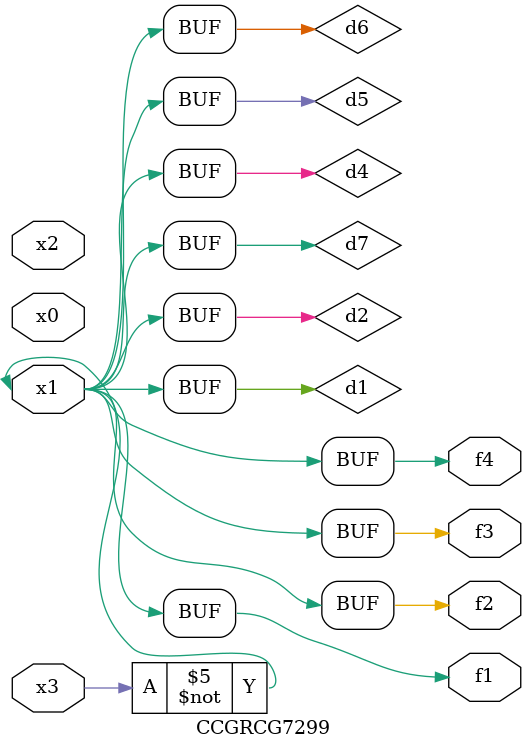
<source format=v>
module CCGRCG7299(
	input x0, x1, x2, x3,
	output f1, f2, f3, f4
);

	wire d1, d2, d3, d4, d5, d6, d7;

	not (d1, x3);
	buf (d2, x1);
	xnor (d3, d1, d2);
	nor (d4, d1);
	buf (d5, d1, d2);
	buf (d6, d4, d5);
	nand (d7, d4);
	assign f1 = d6;
	assign f2 = d7;
	assign f3 = d6;
	assign f4 = d6;
endmodule

</source>
